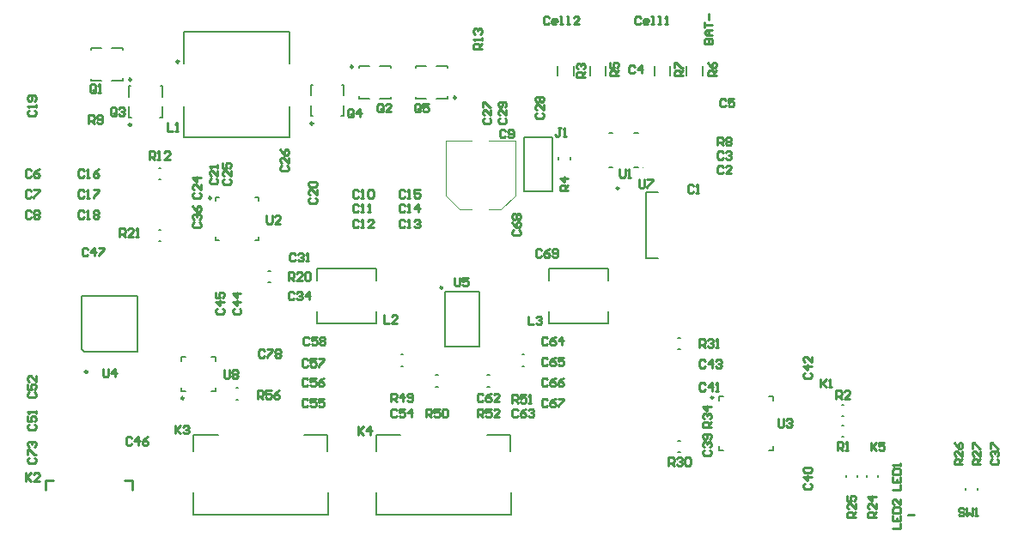
<source format=gto>
%TF.GenerationSoftware,Altium Limited,CircuitMaker,2.0.2 (2.0.2.40)*%
G04 Layer_Color=15132400*
%FSLAX25Y25*%
%MOIN*%
%TF.SameCoordinates,55457101-24DF-47E6-B24E-7804918367A6*%
%TF.FilePolarity,Positive*%
%TF.FileFunction,Legend,Top*%
%TF.Part,Single*%
G01*
G75*
%TA.AperFunction,NonConductor*%
%ADD91C,0.00787*%
%ADD93C,0.00984*%
%ADD155C,0.01000*%
%ADD156C,0.00394*%
D91*
X54606Y130764D02*
X55394D01*
X54606Y126236D02*
X55394D01*
X165807Y106630D02*
X179193D01*
Y85370D02*
Y106630D01*
X165807Y85370D02*
X179193D01*
X165807D02*
Y106630D01*
X138917Y94370D02*
Y99094D01*
X116083Y94370D02*
X138917D01*
X116083D02*
Y99094D01*
X138917Y110906D02*
Y115630D01*
X116083D02*
X138917D01*
X116083Y110906D02*
Y115630D01*
X64528Y207472D02*
X105472D01*
X64528Y166528D02*
X105472D01*
X64528Y195465D02*
Y207472D01*
X105472Y195465D02*
Y207472D01*
X64528Y166528D02*
Y178535D01*
X105472Y166528D02*
Y178535D01*
X28398Y201398D02*
X32531D01*
X36468D02*
X40602D01*
X28398Y188602D02*
X32531D01*
X36468D02*
X40602D01*
Y200512D02*
Y201398D01*
X28398Y200709D02*
Y201398D01*
Y188602D02*
Y189291D01*
X40602Y188602D02*
Y189488D01*
X55898Y182468D02*
Y186602D01*
Y174398D02*
Y178532D01*
X43102Y182468D02*
Y186602D01*
Y174398D02*
Y178532D01*
X55012Y174398D02*
X55898D01*
X55209Y186602D02*
X55898D01*
X43102D02*
X43791D01*
X43102Y174398D02*
X43988D01*
X76732Y143268D02*
X77913D01*
X76732Y142087D02*
Y143268D01*
Y126732D02*
X77913D01*
X76732D02*
Y127913D01*
X93268Y126732D02*
Y127913D01*
X92087Y126732D02*
X93268D01*
X92087Y143268D02*
X93268D01*
Y142087D02*
Y143268D01*
X265551Y190532D02*
Y194468D01*
X259449Y190532D02*
Y194468D01*
X253051Y190532D02*
Y194468D01*
X246949Y190532D02*
Y194468D01*
X97106Y110236D02*
X97894D01*
X97106Y114764D02*
X97894D01*
X54606Y154764D02*
X55394D01*
X54606Y150236D02*
X55394D01*
X126398Y182968D02*
Y187102D01*
Y174898D02*
Y179032D01*
X113602Y182968D02*
Y187102D01*
Y174898D02*
Y179032D01*
X125512Y174898D02*
X126398D01*
X125709Y187102D02*
X126398D01*
X113602D02*
X114291D01*
X113602Y174898D02*
X114488D01*
X140469Y181602D02*
X144602D01*
X132398D02*
X136531D01*
X140469Y194398D02*
X144602D01*
X132398D02*
X136531D01*
X132398Y181602D02*
Y182488D01*
X144602Y181602D02*
Y182291D01*
Y193709D02*
Y194398D01*
X132398Y193512D02*
Y194398D01*
X166602Y181602D02*
Y182488D01*
X154398Y181602D02*
Y182291D01*
Y193709D02*
Y194398D01*
X166602Y193512D02*
Y194398D01*
X162469Y181602D02*
X166602D01*
X154398D02*
X158531D01*
X162469Y194398D02*
X166602D01*
X154398D02*
X158531D01*
X215551Y190532D02*
Y194468D01*
X209449Y190532D02*
Y194468D01*
X228051Y190532D02*
Y194468D01*
X221949Y190532D02*
Y194468D01*
X196488Y145500D02*
Y166512D01*
Y145500D02*
X207512D01*
Y166512D01*
X196488D02*
X207512D01*
X206083Y110906D02*
Y115630D01*
X228917D01*
Y110906D02*
Y115630D01*
X206083Y94370D02*
Y99094D01*
Y94370D02*
X228917D01*
Y99094D01*
X214264Y158106D02*
Y158894D01*
X209736Y158106D02*
Y158894D01*
X239134Y154807D02*
X240709D01*
X229291Y168193D02*
X230866D01*
X229291Y154807D02*
X230866D01*
X239134Y168193D02*
X240709D01*
X243701Y119626D02*
X248217D01*
X243701D02*
Y145374D01*
X248217D01*
X271870Y44870D02*
X273543D01*
X271870D02*
Y46543D01*
X291457Y44870D02*
X293130D01*
Y46543D01*
Y64457D02*
Y66130D01*
X291457D02*
X293130D01*
X271870D02*
X273543D01*
X271870Y64457D02*
Y66130D01*
X319606Y62764D02*
X320394D01*
X319606Y58236D02*
X320394D01*
X319606Y54764D02*
X320394D01*
X319606Y50236D02*
X320394D01*
X372264Y29606D02*
Y30394D01*
X367736Y29606D02*
Y30394D01*
X345276Y20079D02*
X348031D01*
X345276Y19528D02*
X347638D01*
X329236Y34606D02*
Y35394D01*
X333764Y34606D02*
Y35394D01*
X321236Y34606D02*
Y35394D01*
X325764Y34606D02*
Y35394D01*
X256106Y88764D02*
X256894D01*
X256106Y84236D02*
X256894D01*
X256106Y48764D02*
X256894D01*
X256106Y44236D02*
X256894D01*
X195606Y82264D02*
X196394D01*
X195606Y77736D02*
X196394D01*
X182106Y69736D02*
X182894D01*
X182106Y74264D02*
X182894D01*
X148606Y77736D02*
X149394D01*
X148606Y82264D02*
X149394D01*
X162106Y74264D02*
X162894D01*
X162106Y69736D02*
X162894D01*
X84606Y69264D02*
X85394D01*
X84606Y64736D02*
X85394D01*
X63307Y67807D02*
X64882D01*
X63307D02*
Y69382D01*
X75118Y67807D02*
X76693D01*
Y69382D01*
X75118Y81193D02*
X76693D01*
Y79618D02*
Y81193D01*
X63307D02*
X64882D01*
X63307Y79618D02*
Y81193D01*
X25827Y83256D02*
X46299D01*
Y104909D01*
X24646D02*
X46299D01*
X24646Y84437D02*
Y104909D01*
Y84437D02*
X25827Y83256D01*
X120338Y19906D02*
Y28629D01*
X68138Y19906D02*
X120338D01*
X68138D02*
Y28629D01*
Y51129D02*
X77638D01*
X68138Y44629D02*
Y51129D01*
X111138D02*
X120138D01*
Y44629D02*
Y51129D01*
X191204Y19906D02*
Y28629D01*
X139004Y19906D02*
X191204D01*
X139004D02*
Y28629D01*
Y51129D02*
X148504D01*
X139004Y44629D02*
Y51129D01*
X182004D02*
X191004D01*
Y44629D02*
Y51129D01*
D93*
X62461Y196055D02*
G03*
X62461Y196055I-492J0D01*
G01*
X74992Y143000D02*
G03*
X74992Y143000I-492J0D01*
G01*
X233169Y146831D02*
G03*
X233169Y146831I-492J0D01*
G01*
X269803Y65539D02*
G03*
X269803Y65539I-492J0D01*
G01*
X64390Y65248D02*
G03*
X64390Y65248I-492J0D01*
G01*
D155*
X27000Y75500D02*
G03*
X27000Y75500I-500J0D01*
G01*
X164626Y108205D02*
G03*
X164626Y108205I-394J0D01*
G01*
X44000Y189000D02*
G03*
X44000Y189000I-500J0D01*
G01*
Y171500D02*
G03*
X44000Y171500I-500J0D01*
G01*
X114500Y172000D02*
G03*
X114500Y172000I-500J0D01*
G01*
X130000Y194000D02*
G03*
X130000Y194000I-500J0D01*
G01*
X170000Y182000D02*
G03*
X170000Y182000I-500J0D01*
G01*
X10630Y29528D02*
Y33465D01*
X13780D01*
X41339D02*
X44488D01*
Y29528D02*
Y33465D01*
X189099Y169124D02*
X188574Y169649D01*
X187525D01*
X187000Y169124D01*
Y167025D01*
X187525Y166500D01*
X188574D01*
X189099Y167025D01*
X190149D02*
X190673Y166500D01*
X191723D01*
X192248Y167025D01*
Y169124D01*
X191723Y169649D01*
X190673D01*
X190149Y169124D01*
Y168599D01*
X190673Y168074D01*
X192248D01*
X178302Y57926D02*
Y61074D01*
X179876D01*
X180401Y60549D01*
Y59500D01*
X179876Y58975D01*
X178302D01*
X179351D02*
X180401Y57926D01*
X183549Y61074D02*
X181450D01*
Y59500D01*
X182500Y60025D01*
X183025D01*
X183549Y59500D01*
Y58451D01*
X183025Y57926D01*
X181975D01*
X181450Y58451D01*
X186698Y57926D02*
X184599D01*
X186698Y60025D01*
Y60549D01*
X186173Y61074D01*
X185124D01*
X184599Y60549D01*
X191827Y63426D02*
Y66574D01*
X193401D01*
X193926Y66049D01*
Y65000D01*
X193401Y64475D01*
X191827D01*
X192876D02*
X193926Y63426D01*
X197074Y66574D02*
X194975D01*
Y65000D01*
X196025Y65525D01*
X196549D01*
X197074Y65000D01*
Y63951D01*
X196549Y63426D01*
X195500D01*
X194975Y63951D01*
X198124Y63426D02*
X199173D01*
X198649D01*
Y66574D01*
X198124Y66049D01*
X158302Y57926D02*
Y61074D01*
X159876D01*
X160401Y60549D01*
Y59500D01*
X159876Y58975D01*
X158302D01*
X159351D02*
X160401Y57926D01*
X163549Y61074D02*
X161451D01*
Y59500D01*
X162500Y60025D01*
X163025D01*
X163549Y59500D01*
Y58451D01*
X163025Y57926D01*
X161975D01*
X161451Y58451D01*
X164599Y60549D02*
X165124Y61074D01*
X166173D01*
X166698Y60549D01*
Y58451D01*
X166173Y57926D01*
X165124D01*
X164599Y58451D01*
Y60549D01*
X144802Y63926D02*
Y67074D01*
X146376D01*
X146901Y66549D01*
Y65500D01*
X146376Y64975D01*
X144802D01*
X145851D02*
X146901Y63926D01*
X149525D02*
Y67074D01*
X147950Y65500D01*
X150049D01*
X151099Y64451D02*
X151624Y63926D01*
X152673D01*
X153198Y64451D01*
Y66549D01*
X152673Y67074D01*
X151624D01*
X151099Y66549D01*
Y66025D01*
X151624Y65500D01*
X153198D01*
X205401Y64549D02*
X204876Y65074D01*
X203827D01*
X203302Y64549D01*
Y62450D01*
X203827Y61926D01*
X204876D01*
X205401Y62450D01*
X208549Y65074D02*
X207500Y64549D01*
X206451Y63500D01*
Y62450D01*
X206975Y61926D01*
X208025D01*
X208549Y62450D01*
Y62975D01*
X208025Y63500D01*
X206451D01*
X209599Y65074D02*
X211698D01*
Y64549D01*
X209599Y62450D01*
Y61926D01*
X205401Y72549D02*
X204876Y73074D01*
X203827D01*
X203302Y72549D01*
Y70451D01*
X203827Y69926D01*
X204876D01*
X205401Y70451D01*
X208549Y73074D02*
X207500Y72549D01*
X206451Y71500D01*
Y70451D01*
X206975Y69926D01*
X208025D01*
X208549Y70451D01*
Y70975D01*
X208025Y71500D01*
X206451D01*
X211698Y73074D02*
X210649Y72549D01*
X209599Y71500D01*
Y70451D01*
X210124Y69926D01*
X211173D01*
X211698Y70451D01*
Y70975D01*
X211173Y71500D01*
X209599D01*
X205401Y80550D02*
X204876Y81074D01*
X203827D01*
X203302Y80550D01*
Y78451D01*
X203827Y77926D01*
X204876D01*
X205401Y78451D01*
X208549Y81074D02*
X207500Y80550D01*
X206451Y79500D01*
Y78451D01*
X206975Y77926D01*
X208025D01*
X208549Y78451D01*
Y78975D01*
X208025Y79500D01*
X206451D01*
X211698Y81074D02*
X209599D01*
Y79500D01*
X210649Y80025D01*
X211173D01*
X211698Y79500D01*
Y78451D01*
X211173Y77926D01*
X210124D01*
X209599Y78451D01*
X205401Y88550D02*
X204876Y89074D01*
X203827D01*
X203302Y88550D01*
Y86450D01*
X203827Y85926D01*
X204876D01*
X205401Y86450D01*
X208549Y89074D02*
X207500Y88550D01*
X206451Y87500D01*
Y86450D01*
X206975Y85926D01*
X208025D01*
X208549Y86450D01*
Y86975D01*
X208025Y87500D01*
X206451D01*
X211173Y85926D02*
Y89074D01*
X209599Y87500D01*
X211698D01*
X193901Y60549D02*
X193376Y61074D01*
X192327D01*
X191802Y60549D01*
Y58451D01*
X192327Y57926D01*
X193376D01*
X193901Y58451D01*
X197049Y61074D02*
X196000Y60549D01*
X194950Y59500D01*
Y58451D01*
X195475Y57926D01*
X196525D01*
X197049Y58451D01*
Y58975D01*
X196525Y59500D01*
X194950D01*
X198099Y60549D02*
X198624Y61074D01*
X199673D01*
X200198Y60549D01*
Y60025D01*
X199673Y59500D01*
X199149D01*
X199673D01*
X200198Y58975D01*
Y58451D01*
X199673Y57926D01*
X198624D01*
X198099Y58451D01*
X180401Y66549D02*
X179876Y67074D01*
X178827D01*
X178302Y66549D01*
Y64451D01*
X178827Y63926D01*
X179876D01*
X180401Y64451D01*
X183549Y67074D02*
X182500Y66549D01*
X181450Y65500D01*
Y64451D01*
X181975Y63926D01*
X183025D01*
X183549Y64451D01*
Y64975D01*
X183025Y65500D01*
X181450D01*
X186698Y63926D02*
X184599D01*
X186698Y66025D01*
Y66549D01*
X186173Y67074D01*
X185124D01*
X184599Y66549D01*
X112901Y88550D02*
X112376Y89074D01*
X111327D01*
X110802Y88550D01*
Y86450D01*
X111327Y85926D01*
X112376D01*
X112901Y86450D01*
X116050Y89074D02*
X113951D01*
Y87500D01*
X115000Y88025D01*
X115525D01*
X116050Y87500D01*
Y86450D01*
X115525Y85926D01*
X114475D01*
X113951Y86450D01*
X117099Y88550D02*
X117624Y89074D01*
X118673D01*
X119198Y88550D01*
Y88025D01*
X118673Y87500D01*
X119198Y86975D01*
Y86450D01*
X118673Y85926D01*
X117624D01*
X117099Y86450D01*
Y86975D01*
X117624Y87500D01*
X117099Y88025D01*
Y88550D01*
X117624Y87500D02*
X118673D01*
X112401Y80050D02*
X111876Y80574D01*
X110827D01*
X110302Y80050D01*
Y77951D01*
X110827Y77426D01*
X111876D01*
X112401Y77951D01*
X115550Y80574D02*
X113451D01*
Y79000D01*
X114500Y79525D01*
X115025D01*
X115550Y79000D01*
Y77951D01*
X115025Y77426D01*
X113975D01*
X113451Y77951D01*
X116599Y80574D02*
X118698D01*
Y80050D01*
X116599Y77951D01*
Y77426D01*
X112401Y72549D02*
X111876Y73074D01*
X110827D01*
X110302Y72549D01*
Y70451D01*
X110827Y69926D01*
X111876D01*
X112401Y70451D01*
X115550Y73074D02*
X113451D01*
Y71500D01*
X114500Y72025D01*
X115025D01*
X115550Y71500D01*
Y70451D01*
X115025Y69926D01*
X113975D01*
X113451Y70451D01*
X118698Y73074D02*
X117649Y72549D01*
X116599Y71500D01*
Y70451D01*
X117124Y69926D01*
X118173D01*
X118698Y70451D01*
Y70975D01*
X118173Y71500D01*
X116599D01*
X112401Y64549D02*
X111876Y65074D01*
X110827D01*
X110302Y64549D01*
Y62450D01*
X110827Y61926D01*
X111876D01*
X112401Y62450D01*
X115550Y65074D02*
X113451D01*
Y63500D01*
X114500Y64025D01*
X115025D01*
X115550Y63500D01*
Y62450D01*
X115025Y61926D01*
X113975D01*
X113451Y62450D01*
X118698Y65074D02*
X116599D01*
Y63500D01*
X117649Y64025D01*
X118173D01*
X118698Y63500D01*
Y62450D01*
X118173Y61926D01*
X117124D01*
X116599Y62450D01*
X146901Y60549D02*
X146376Y61074D01*
X145327D01*
X144802Y60549D01*
Y58451D01*
X145327Y57926D01*
X146376D01*
X146901Y58451D01*
X150049Y61074D02*
X147950D01*
Y59500D01*
X149000Y60025D01*
X149525D01*
X150049Y59500D01*
Y58451D01*
X149525Y57926D01*
X148475D01*
X147950Y58451D01*
X152673Y57926D02*
Y61074D01*
X151099Y59500D01*
X153198D01*
X330876Y48074D02*
Y44926D01*
Y45975D01*
X332975Y48074D01*
X331401Y46500D01*
X332975Y44926D01*
X336124Y48074D02*
X334025D01*
Y46500D01*
X335074Y47025D01*
X335599D01*
X336124Y46500D01*
Y45450D01*
X335599Y44926D01*
X334549D01*
X334025Y45450D01*
X169376Y112074D02*
Y109450D01*
X169901Y108926D01*
X170950D01*
X171475Y109450D01*
Y112074D01*
X174624D02*
X172525D01*
Y110500D01*
X173574Y111025D01*
X174099D01*
X174624Y110500D01*
Y109450D01*
X174099Y108926D01*
X173049D01*
X172525Y109450D01*
X197876Y97074D02*
Y93926D01*
X199975D01*
X201025Y96549D02*
X201550Y97074D01*
X202599D01*
X203124Y96549D01*
Y96025D01*
X202599Y95500D01*
X202074D01*
X202599D01*
X203124Y94975D01*
Y94450D01*
X202599Y93926D01*
X201550D01*
X201025Y94450D01*
X141876Y97574D02*
Y94426D01*
X143975D01*
X147124D02*
X145025D01*
X147124Y96525D01*
Y97049D01*
X146599Y97574D01*
X145549D01*
X145025Y97049D01*
X80000Y76149D02*
Y73525D01*
X80525Y73000D01*
X81574D01*
X82099Y73525D01*
Y76149D01*
X83149Y75624D02*
X83673Y76149D01*
X84723D01*
X85248Y75624D01*
Y75099D01*
X84723Y74574D01*
X85248Y74050D01*
Y73525D01*
X84723Y73000D01*
X83673D01*
X83149Y73525D01*
Y74050D01*
X83673Y74574D01*
X83149Y75099D01*
Y75624D01*
X83673Y74574D02*
X84723D01*
X241000Y150149D02*
Y147525D01*
X241525Y147000D01*
X242574D01*
X243099Y147525D01*
Y150149D01*
X244149D02*
X246248D01*
Y149624D01*
X244149Y147525D01*
Y147000D01*
X33000Y76649D02*
Y74025D01*
X33525Y73500D01*
X34574D01*
X35099Y74025D01*
Y76649D01*
X37723Y73500D02*
Y76649D01*
X36149Y75074D01*
X38248D01*
X295000Y57149D02*
Y54525D01*
X295525Y54000D01*
X296574D01*
X297099Y54525D01*
Y57149D01*
X298149Y56624D02*
X298673Y57149D01*
X299723D01*
X300248Y56624D01*
Y56099D01*
X299723Y55574D01*
X299198D01*
X299723D01*
X300248Y55050D01*
Y54525D01*
X299723Y54000D01*
X298673D01*
X298149Y54525D01*
X96500Y136149D02*
Y133525D01*
X97025Y133000D01*
X98074D01*
X98599Y133525D01*
Y136149D01*
X101748Y133000D02*
X99649D01*
X101748Y135099D01*
Y135624D01*
X101223Y136149D01*
X100173D01*
X99649Y135624D01*
X233500Y154149D02*
Y151525D01*
X234025Y151000D01*
X235074D01*
X235599Y151525D01*
Y154149D01*
X236649Y151000D02*
X237698D01*
X237173D01*
Y154149D01*
X236649Y153624D01*
X367099Y22124D02*
X366574Y22649D01*
X365525D01*
X365000Y22124D01*
Y21599D01*
X365525Y21074D01*
X366574D01*
X367099Y20549D01*
Y20025D01*
X366574Y19500D01*
X365525D01*
X365000Y20025D01*
X368149Y22649D02*
Y19500D01*
X369198Y20549D01*
X370248Y19500D01*
Y22649D01*
X371297Y19500D02*
X372347D01*
X371822D01*
Y22649D01*
X371297Y22124D01*
X156099Y177025D02*
Y179124D01*
X155574Y179649D01*
X154525D01*
X154000Y179124D01*
Y177025D01*
X154525Y176500D01*
X155574D01*
X155050Y177550D02*
X156099Y176500D01*
X155574D02*
X156099Y177025D01*
X159248Y179649D02*
X157149D01*
Y178074D01*
X158198Y178599D01*
X158723D01*
X159248Y178074D01*
Y177025D01*
X158723Y176500D01*
X157673D01*
X157149Y177025D01*
X141599D02*
Y179124D01*
X141074Y179649D01*
X140025D01*
X139500Y179124D01*
Y177025D01*
X140025Y176500D01*
X141074D01*
X140550Y177550D02*
X141599Y176500D01*
X141074D02*
X141599Y177025D01*
X144748Y176500D02*
X142649D01*
X144748Y178599D01*
Y179124D01*
X144223Y179649D01*
X143173D01*
X142649Y179124D01*
X130099Y175025D02*
Y177124D01*
X129574Y177649D01*
X128525D01*
X128000Y177124D01*
Y175025D01*
X128525Y174500D01*
X129574D01*
X129050Y175549D02*
X130099Y174500D01*
X129574D02*
X130099Y175025D01*
X132723Y174500D02*
Y177649D01*
X131149Y176074D01*
X133248D01*
X38099Y175525D02*
Y177624D01*
X37574Y178149D01*
X36525D01*
X36000Y177624D01*
Y175525D01*
X36525Y175000D01*
X37574D01*
X37049Y176049D02*
X38099Y175000D01*
X37574D02*
X38099Y175525D01*
X39149Y177624D02*
X39673Y178149D01*
X40723D01*
X41248Y177624D01*
Y177099D01*
X40723Y176574D01*
X40198D01*
X40723D01*
X41248Y176049D01*
Y175525D01*
X40723Y175000D01*
X39673D01*
X39149Y175525D01*
X30099Y184525D02*
Y186624D01*
X29574Y187149D01*
X28525D01*
X28000Y186624D01*
Y184525D01*
X28525Y184000D01*
X29574D01*
X29050Y185049D02*
X30099Y184000D01*
X29574D02*
X30099Y184525D01*
X31149Y184000D02*
X32198D01*
X31673D01*
Y187149D01*
X31149Y186624D01*
X339351Y14500D02*
X342500D01*
Y16599D01*
X339351Y19748D02*
Y17649D01*
X342500D01*
Y19748D01*
X340926Y17649D02*
Y18698D01*
X339351Y20797D02*
X342500D01*
Y22372D01*
X341975Y22896D01*
X339876D01*
X339351Y22372D01*
Y20797D01*
X342500Y26045D02*
Y23946D01*
X340401Y26045D01*
X339876D01*
X339351Y25520D01*
Y24471D01*
X339876Y23946D01*
X339351Y29500D02*
X342500D01*
Y31599D01*
X339351Y34748D02*
Y32649D01*
X342500D01*
Y34748D01*
X340926Y32649D02*
Y33698D01*
X339351Y35797D02*
X342500D01*
Y37372D01*
X341975Y37896D01*
X339876D01*
X339351Y37372D01*
Y35797D01*
X342500Y38946D02*
Y39995D01*
Y39470D01*
X339351D01*
X339876Y38946D01*
X58000Y172149D02*
Y169000D01*
X60099D01*
X61149D02*
X62198D01*
X61673D01*
Y172149D01*
X61149Y171624D01*
X132000Y54149D02*
Y51000D01*
Y52049D01*
X134099Y54149D01*
X132525Y52574D01*
X134099Y51000D01*
X136723D02*
Y54149D01*
X135149Y52574D01*
X137248D01*
X61000Y54649D02*
Y51500D01*
Y52549D01*
X63099Y54649D01*
X61525Y53074D01*
X63099Y51500D01*
X64149Y54124D02*
X64673Y54649D01*
X65723D01*
X66248Y54124D01*
Y53599D01*
X65723Y53074D01*
X65198D01*
X65723D01*
X66248Y52549D01*
Y52025D01*
X65723Y51500D01*
X64673D01*
X64149Y52025D01*
X3000Y36149D02*
Y33000D01*
Y34049D01*
X5099Y36149D01*
X3525Y34574D01*
X5099Y33000D01*
X8248D02*
X6149D01*
X8248Y35099D01*
Y35624D01*
X7723Y36149D01*
X6673D01*
X6149Y35624D01*
X311500Y72649D02*
Y69500D01*
Y70549D01*
X313599Y72649D01*
X312025Y71074D01*
X313599Y69500D01*
X314649D02*
X315698D01*
X315173D01*
Y72649D01*
X314649Y72124D01*
X210599Y170149D02*
X209549D01*
X210074D01*
Y167525D01*
X209549Y167000D01*
X209025D01*
X208500Y167525D01*
X211649Y167000D02*
X212698D01*
X212173D01*
Y170149D01*
X211649Y169624D01*
X206099Y213124D02*
X205574Y213649D01*
X204525D01*
X204000Y213124D01*
Y211025D01*
X204525Y210500D01*
X205574D01*
X206099Y211025D01*
X208723Y210500D02*
X207673D01*
X207149Y211025D01*
Y212074D01*
X207673Y212599D01*
X208723D01*
X209248Y212074D01*
Y211549D01*
X207149D01*
X210297Y210500D02*
X211347D01*
X210822D01*
Y213649D01*
X210297D01*
X212921Y210500D02*
X213970D01*
X213446D01*
Y213649D01*
X212921D01*
X217644Y210500D02*
X215545D01*
X217644Y212599D01*
Y213124D01*
X217119Y213649D01*
X216070D01*
X215545Y213124D01*
X241599D02*
X241074Y213649D01*
X240025D01*
X239500Y213124D01*
Y211025D01*
X240025Y210500D01*
X241074D01*
X241599Y211025D01*
X244223Y210500D02*
X243173D01*
X242649Y211025D01*
Y212074D01*
X243173Y212599D01*
X244223D01*
X244748Y212074D01*
Y211549D01*
X242649D01*
X245797Y210500D02*
X246847D01*
X246322D01*
Y213649D01*
X245797D01*
X248421Y210500D02*
X249470D01*
X248946D01*
Y213649D01*
X248421D01*
X251045Y210500D02*
X252094D01*
X251570D01*
Y213649D01*
X251045Y213124D01*
X5099Y153624D02*
X4574Y154149D01*
X3525D01*
X3000Y153624D01*
Y151525D01*
X3525Y151000D01*
X4574D01*
X5099Y151525D01*
X8248Y154149D02*
X7198Y153624D01*
X6149Y152574D01*
Y151525D01*
X6673Y151000D01*
X7723D01*
X8248Y151525D01*
Y152050D01*
X7723Y152574D01*
X6149D01*
X266351Y203000D02*
X269500D01*
Y204574D01*
X268975Y205099D01*
X268450D01*
X267926Y204574D01*
Y203000D01*
Y204574D01*
X267401Y205099D01*
X266876D01*
X266351Y204574D01*
Y203000D01*
X269500Y206149D02*
X267401D01*
X266351Y207198D01*
X267401Y208248D01*
X269500D01*
X267926D01*
Y206149D01*
X266351Y209297D02*
Y211396D01*
Y210347D01*
X269500D01*
X267926Y212446D02*
Y214545D01*
X262099Y147624D02*
X261574Y148149D01*
X260525D01*
X260000Y147624D01*
Y145525D01*
X260525Y145000D01*
X261574D01*
X262099Y145525D01*
X263149Y145000D02*
X264198D01*
X263673D01*
Y148149D01*
X263149Y147624D01*
X273599Y155124D02*
X273074Y155649D01*
X272025D01*
X271500Y155124D01*
Y153025D01*
X272025Y152500D01*
X273074D01*
X273599Y153025D01*
X276748Y152500D02*
X274649D01*
X276748Y154599D01*
Y155124D01*
X276223Y155649D01*
X275173D01*
X274649Y155124D01*
X273599Y160624D02*
X273074Y161149D01*
X272025D01*
X271500Y160624D01*
Y158525D01*
X272025Y158000D01*
X273074D01*
X273599Y158525D01*
X274649Y160624D02*
X275173Y161149D01*
X276223D01*
X276748Y160624D01*
Y160099D01*
X276223Y159574D01*
X275698D01*
X276223D01*
X276748Y159049D01*
Y158525D01*
X276223Y158000D01*
X275173D01*
X274649Y158525D01*
X239248Y194124D02*
X238724Y194649D01*
X237674D01*
X237149Y194124D01*
Y192025D01*
X237674Y191500D01*
X238724D01*
X239248Y192025D01*
X241872Y191500D02*
Y194649D01*
X240298Y193074D01*
X242397D01*
X274599Y181124D02*
X274074Y181649D01*
X273025D01*
X272500Y181124D01*
Y179025D01*
X273025Y178500D01*
X274074D01*
X274599Y179025D01*
X277748Y181649D02*
X275649D01*
Y180074D01*
X276698Y180599D01*
X277223D01*
X277748Y180074D01*
Y179025D01*
X277223Y178500D01*
X276173D01*
X275649Y179025D01*
X5099Y145624D02*
X4574Y146149D01*
X3525D01*
X3000Y145624D01*
Y143525D01*
X3525Y143000D01*
X4574D01*
X5099Y143525D01*
X6149Y146149D02*
X8248D01*
Y145624D01*
X6149Y143525D01*
Y143000D01*
X5099Y137624D02*
X4574Y138149D01*
X3525D01*
X3000Y137624D01*
Y135525D01*
X3525Y135000D01*
X4574D01*
X5099Y135525D01*
X6149Y137624D02*
X6673Y138149D01*
X7723D01*
X8248Y137624D01*
Y137099D01*
X7723Y136574D01*
X8248Y136049D01*
Y135525D01*
X7723Y135000D01*
X6673D01*
X6149Y135525D01*
Y136049D01*
X6673Y136574D01*
X6149Y137099D01*
Y137624D01*
X6673Y136574D02*
X7723D01*
X132099Y145624D02*
X131574Y146149D01*
X130525D01*
X130000Y145624D01*
Y143525D01*
X130525Y143000D01*
X131574D01*
X132099Y143525D01*
X133149Y143000D02*
X134198D01*
X133673D01*
Y146149D01*
X133149Y145624D01*
X135772D02*
X136297Y146149D01*
X137347D01*
X137872Y145624D01*
Y143525D01*
X137347Y143000D01*
X136297D01*
X135772Y143525D01*
Y145624D01*
X132099Y140124D02*
X131574Y140649D01*
X130525D01*
X130000Y140124D01*
Y138025D01*
X130525Y137500D01*
X131574D01*
X132099Y138025D01*
X133149Y137500D02*
X134198D01*
X133673D01*
Y140649D01*
X133149Y140124D01*
X135772Y137500D02*
X136822D01*
X136297D01*
Y140649D01*
X135772Y140124D01*
X132099Y134124D02*
X131574Y134649D01*
X130525D01*
X130000Y134124D01*
Y132025D01*
X130525Y131500D01*
X131574D01*
X132099Y132025D01*
X133149Y131500D02*
X134198D01*
X133673D01*
Y134649D01*
X133149Y134124D01*
X137872Y131500D02*
X135772D01*
X137872Y133599D01*
Y134124D01*
X137347Y134649D01*
X136297D01*
X135772Y134124D01*
X150099D02*
X149574Y134649D01*
X148525D01*
X148000Y134124D01*
Y132025D01*
X148525Y131500D01*
X149574D01*
X150099Y132025D01*
X151149Y131500D02*
X152198D01*
X151673D01*
Y134649D01*
X151149Y134124D01*
X153772D02*
X154297Y134649D01*
X155347D01*
X155871Y134124D01*
Y133599D01*
X155347Y133074D01*
X154822D01*
X155347D01*
X155871Y132550D01*
Y132025D01*
X155347Y131500D01*
X154297D01*
X153772Y132025D01*
X150099Y140124D02*
X149574Y140649D01*
X148525D01*
X148000Y140124D01*
Y138025D01*
X148525Y137500D01*
X149574D01*
X150099Y138025D01*
X151149Y137500D02*
X152198D01*
X151673D01*
Y140649D01*
X151149Y140124D01*
X155347Y137500D02*
Y140649D01*
X153772Y139074D01*
X155871D01*
X150099Y145624D02*
X149574Y146149D01*
X148525D01*
X148000Y145624D01*
Y143525D01*
X148525Y143000D01*
X149574D01*
X150099Y143525D01*
X151149Y143000D02*
X152198D01*
X151673D01*
Y146149D01*
X151149Y145624D01*
X155871Y146149D02*
X153772D01*
Y144574D01*
X154822Y145099D01*
X155347D01*
X155871Y144574D01*
Y143525D01*
X155347Y143000D01*
X154297D01*
X153772Y143525D01*
X25599Y153624D02*
X25074Y154149D01*
X24025D01*
X23500Y153624D01*
Y151525D01*
X24025Y151000D01*
X25074D01*
X25599Y151525D01*
X26649Y151000D02*
X27698D01*
X27173D01*
Y154149D01*
X26649Y153624D01*
X31372Y154149D02*
X30322Y153624D01*
X29272Y152574D01*
Y151525D01*
X29797Y151000D01*
X30847D01*
X31372Y151525D01*
Y152050D01*
X30847Y152574D01*
X29272D01*
X25599Y145624D02*
X25074Y146149D01*
X24025D01*
X23500Y145624D01*
Y143525D01*
X24025Y143000D01*
X25074D01*
X25599Y143525D01*
X26649Y143000D02*
X27698D01*
X27173D01*
Y146149D01*
X26649Y145624D01*
X29272Y146149D02*
X31372D01*
Y145624D01*
X29272Y143525D01*
Y143000D01*
X25599Y137624D02*
X25074Y138149D01*
X24025D01*
X23500Y137624D01*
Y135525D01*
X24025Y135000D01*
X25074D01*
X25599Y135525D01*
X26649Y135000D02*
X27698D01*
X27173D01*
Y138149D01*
X26649Y137624D01*
X29272D02*
X29797Y138149D01*
X30847D01*
X31372Y137624D01*
Y137099D01*
X30847Y136574D01*
X31372Y136049D01*
Y135525D01*
X30847Y135000D01*
X29797D01*
X29272Y135525D01*
Y136049D01*
X29797Y136574D01*
X29272Y137099D01*
Y137624D01*
X29797Y136574D02*
X30847D01*
X4376Y177099D02*
X3851Y176574D01*
Y175525D01*
X4376Y175000D01*
X6475D01*
X7000Y175525D01*
Y176574D01*
X6475Y177099D01*
X7000Y178149D02*
Y179198D01*
Y178673D01*
X3851D01*
X4376Y178149D01*
X6475Y180772D02*
X7000Y181297D01*
Y182347D01*
X6475Y182871D01*
X4376D01*
X3851Y182347D01*
Y181297D01*
X4376Y180772D01*
X4901D01*
X5426Y181297D01*
Y182871D01*
X113376Y143099D02*
X112851Y142574D01*
Y141525D01*
X113376Y141000D01*
X115475D01*
X116000Y141525D01*
Y142574D01*
X115475Y143099D01*
X116000Y146248D02*
Y144149D01*
X113901Y146248D01*
X113376D01*
X112851Y145723D01*
Y144673D01*
X113376Y144149D01*
Y147297D02*
X112851Y147822D01*
Y148872D01*
X113376Y149396D01*
X115475D01*
X116000Y148872D01*
Y147822D01*
X115475Y147297D01*
X113376D01*
X74876Y150599D02*
X74351Y150074D01*
Y149025D01*
X74876Y148500D01*
X76975D01*
X77500Y149025D01*
Y150074D01*
X76975Y150599D01*
X77500Y153748D02*
Y151649D01*
X75401Y153748D01*
X74876D01*
X74351Y153223D01*
Y152173D01*
X74876Y151649D01*
X77500Y154797D02*
Y155847D01*
Y155322D01*
X74351D01*
X74876Y154797D01*
X68376Y145099D02*
X67851Y144574D01*
Y143525D01*
X68376Y143000D01*
X70475D01*
X71000Y143525D01*
Y144574D01*
X70475Y145099D01*
X71000Y148248D02*
Y146149D01*
X68901Y148248D01*
X68376D01*
X67851Y147723D01*
Y146673D01*
X68376Y146149D01*
X71000Y150872D02*
X67851D01*
X69426Y149297D01*
Y151396D01*
X80014Y150461D02*
X79489Y149936D01*
Y148887D01*
X80014Y148362D01*
X82113D01*
X82638Y148887D01*
Y149936D01*
X82113Y150461D01*
X82638Y153610D02*
Y151511D01*
X80539Y153610D01*
X80014D01*
X79489Y153085D01*
Y152036D01*
X80014Y151511D01*
X79489Y156758D02*
Y154659D01*
X81063D01*
X80539Y155709D01*
Y156234D01*
X81063Y156758D01*
X82113D01*
X82638Y156234D01*
Y155184D01*
X82113Y154659D01*
X102376Y155599D02*
X101851Y155074D01*
Y154025D01*
X102376Y153500D01*
X104475D01*
X105000Y154025D01*
Y155074D01*
X104475Y155599D01*
X105000Y158748D02*
Y156649D01*
X102901Y158748D01*
X102376D01*
X101851Y158223D01*
Y157173D01*
X102376Y156649D01*
X101851Y161896D02*
X102376Y160847D01*
X103426Y159797D01*
X104475D01*
X105000Y160322D01*
Y161372D01*
X104475Y161896D01*
X103951D01*
X103426Y161372D01*
Y159797D01*
X180876Y174099D02*
X180351Y173574D01*
Y172525D01*
X180876Y172000D01*
X182975D01*
X183500Y172525D01*
Y173574D01*
X182975Y174099D01*
X183500Y177248D02*
Y175149D01*
X181401Y177248D01*
X180876D01*
X180351Y176723D01*
Y175673D01*
X180876Y175149D01*
X180351Y178297D02*
Y180396D01*
X180876D01*
X182975Y178297D01*
X183500D01*
X201376Y176099D02*
X200851Y175574D01*
Y174525D01*
X201376Y174000D01*
X203475D01*
X204000Y174525D01*
Y175574D01*
X203475Y176099D01*
X204000Y179248D02*
Y177149D01*
X201901Y179248D01*
X201376D01*
X200851Y178723D01*
Y177673D01*
X201376Y177149D01*
Y180297D02*
X200851Y180822D01*
Y181871D01*
X201376Y182396D01*
X201901D01*
X202426Y181871D01*
X202951Y182396D01*
X203475D01*
X204000Y181871D01*
Y180822D01*
X203475Y180297D01*
X202951D01*
X202426Y180822D01*
X201901Y180297D01*
X201376D01*
X202426Y180822D02*
Y181871D01*
X186876Y174099D02*
X186351Y173574D01*
Y172525D01*
X186876Y172000D01*
X188975D01*
X189500Y172525D01*
Y173574D01*
X188975Y174099D01*
X189500Y177248D02*
Y175149D01*
X187401Y177248D01*
X186876D01*
X186351Y176723D01*
Y175673D01*
X186876Y175149D01*
X188975Y178297D02*
X189500Y178822D01*
Y179871D01*
X188975Y180396D01*
X186876D01*
X186351Y179871D01*
Y178822D01*
X186876Y178297D01*
X187401D01*
X187926Y178822D01*
Y180396D01*
X107599Y121124D02*
X107074Y121649D01*
X106025D01*
X105500Y121124D01*
Y119025D01*
X106025Y118500D01*
X107074D01*
X107599Y119025D01*
X108649Y121124D02*
X109173Y121649D01*
X110223D01*
X110748Y121124D01*
Y120599D01*
X110223Y120074D01*
X109698D01*
X110223D01*
X110748Y119550D01*
Y119025D01*
X110223Y118500D01*
X109173D01*
X108649Y119025D01*
X111797Y118500D02*
X112847D01*
X112322D01*
Y121649D01*
X111797Y121124D01*
X107099Y106124D02*
X106574Y106649D01*
X105525D01*
X105000Y106124D01*
Y104025D01*
X105525Y103500D01*
X106574D01*
X107099Y104025D01*
X108149Y106124D02*
X108673Y106649D01*
X109723D01*
X110248Y106124D01*
Y105599D01*
X109723Y105074D01*
X109198D01*
X109723D01*
X110248Y104550D01*
Y104025D01*
X109723Y103500D01*
X108673D01*
X108149Y104025D01*
X112872Y103500D02*
Y106649D01*
X111297Y105074D01*
X113396D01*
X68376Y133599D02*
X67851Y133074D01*
Y132025D01*
X68376Y131500D01*
X70475D01*
X71000Y132025D01*
Y133074D01*
X70475Y133599D01*
X68376Y134649D02*
X67851Y135173D01*
Y136223D01*
X68376Y136748D01*
X68901D01*
X69426Y136223D01*
Y135698D01*
Y136223D01*
X69950Y136748D01*
X70475D01*
X71000Y136223D01*
Y135173D01*
X70475Y134649D01*
X67851Y139896D02*
X68376Y138847D01*
X69426Y137797D01*
X70475D01*
X71000Y138322D01*
Y139372D01*
X70475Y139896D01*
X69950D01*
X69426Y139372D01*
Y137797D01*
X377876Y41599D02*
X377351Y41074D01*
Y40025D01*
X377876Y39500D01*
X379975D01*
X380500Y40025D01*
Y41074D01*
X379975Y41599D01*
X377876Y42649D02*
X377351Y43173D01*
Y44223D01*
X377876Y44748D01*
X378401D01*
X378926Y44223D01*
Y43698D01*
Y44223D01*
X379450Y44748D01*
X379975D01*
X380500Y44223D01*
Y43173D01*
X379975Y42649D01*
X377351Y45797D02*
Y47896D01*
X377876D01*
X379975Y45797D01*
X380500D01*
X266376Y45099D02*
X265851Y44574D01*
Y43525D01*
X266376Y43000D01*
X268475D01*
X269000Y43525D01*
Y44574D01*
X268475Y45099D01*
X266376Y46149D02*
X265851Y46673D01*
Y47723D01*
X266376Y48248D01*
X266901D01*
X267426Y47723D01*
Y47198D01*
Y47723D01*
X267951Y48248D01*
X268475D01*
X269000Y47723D01*
Y46673D01*
X268475Y46149D01*
Y49297D02*
X269000Y49822D01*
Y50871D01*
X268475Y51396D01*
X266376D01*
X265851Y50871D01*
Y49822D01*
X266376Y49297D01*
X266901D01*
X267426Y49822D01*
Y51396D01*
X305376Y32099D02*
X304851Y31574D01*
Y30525D01*
X305376Y30000D01*
X307475D01*
X308000Y30525D01*
Y31574D01*
X307475Y32099D01*
X308000Y34723D02*
X304851D01*
X306426Y33149D01*
Y35248D01*
X305376Y36297D02*
X304851Y36822D01*
Y37872D01*
X305376Y38396D01*
X307475D01*
X308000Y37872D01*
Y36822D01*
X307475Y36297D01*
X305376D01*
X266599Y70624D02*
X266074Y71149D01*
X265025D01*
X264500Y70624D01*
Y68525D01*
X265025Y68000D01*
X266074D01*
X266599Y68525D01*
X269223Y68000D02*
Y71149D01*
X267649Y69574D01*
X269748D01*
X270797Y68000D02*
X271847D01*
X271322D01*
Y71149D01*
X270797Y70624D01*
X305376Y75099D02*
X304851Y74574D01*
Y73525D01*
X305376Y73000D01*
X307475D01*
X308000Y73525D01*
Y74574D01*
X307475Y75099D01*
X308000Y77723D02*
X304851D01*
X306426Y76149D01*
Y78248D01*
X308000Y81396D02*
Y79297D01*
X305901Y81396D01*
X305376D01*
X304851Y80871D01*
Y79822D01*
X305376Y79297D01*
X266599Y79624D02*
X266074Y80149D01*
X265025D01*
X264500Y79624D01*
Y77525D01*
X265025Y77000D01*
X266074D01*
X266599Y77525D01*
X269223Y77000D02*
Y80149D01*
X267649Y78574D01*
X269748D01*
X270797Y79624D02*
X271322Y80149D01*
X272372D01*
X272896Y79624D01*
Y79099D01*
X272372Y78574D01*
X271847D01*
X272372D01*
X272896Y78049D01*
Y77525D01*
X272372Y77000D01*
X271322D01*
X270797Y77525D01*
X83876Y100099D02*
X83351Y99574D01*
Y98525D01*
X83876Y98000D01*
X85975D01*
X86500Y98525D01*
Y99574D01*
X85975Y100099D01*
X86500Y102723D02*
X83351D01*
X84926Y101149D01*
Y103248D01*
X86500Y105871D02*
X83351D01*
X84926Y104297D01*
Y106396D01*
X77376Y100099D02*
X76851Y99574D01*
Y98525D01*
X77376Y98000D01*
X79475D01*
X80000Y98525D01*
Y99574D01*
X79475Y100099D01*
X80000Y102723D02*
X76851D01*
X78426Y101149D01*
Y103248D01*
X76851Y106396D02*
Y104297D01*
X78426D01*
X77901Y105347D01*
Y105871D01*
X78426Y106396D01*
X79475D01*
X80000Y105871D01*
Y104822D01*
X79475Y104297D01*
X44099Y49624D02*
X43574Y50149D01*
X42525D01*
X42000Y49624D01*
Y47525D01*
X42525Y47000D01*
X43574D01*
X44099Y47525D01*
X46723Y47000D02*
Y50149D01*
X45149Y48574D01*
X47248D01*
X50396Y50149D02*
X49347Y49624D01*
X48297Y48574D01*
Y47525D01*
X48822Y47000D01*
X49872D01*
X50396Y47525D01*
Y48050D01*
X49872Y48574D01*
X48297D01*
X27099Y123124D02*
X26574Y123649D01*
X25525D01*
X25000Y123124D01*
Y121025D01*
X25525Y120500D01*
X26574D01*
X27099Y121025D01*
X29723Y120500D02*
Y123649D01*
X28149Y122074D01*
X30248D01*
X31297Y123649D02*
X33396D01*
Y123124D01*
X31297Y121025D01*
Y120500D01*
X4376Y55099D02*
X3851Y54574D01*
Y53525D01*
X4376Y53000D01*
X6475D01*
X7000Y53525D01*
Y54574D01*
X6475Y55099D01*
X3851Y58248D02*
Y56149D01*
X5426D01*
X4901Y57198D01*
Y57723D01*
X5426Y58248D01*
X6475D01*
X7000Y57723D01*
Y56673D01*
X6475Y56149D01*
X7000Y59297D02*
Y60347D01*
Y59822D01*
X3851D01*
X4376Y59297D01*
Y67599D02*
X3851Y67074D01*
Y66025D01*
X4376Y65500D01*
X6475D01*
X7000Y66025D01*
Y67074D01*
X6475Y67599D01*
X3851Y70748D02*
Y68649D01*
X5426D01*
X4901Y69698D01*
Y70223D01*
X5426Y70748D01*
X6475D01*
X7000Y70223D01*
Y69173D01*
X6475Y68649D01*
X7000Y73896D02*
Y71797D01*
X4901Y73896D01*
X4376D01*
X3851Y73371D01*
Y72322D01*
X4376Y71797D01*
X192376Y130599D02*
X191851Y130074D01*
Y129025D01*
X192376Y128500D01*
X194475D01*
X195000Y129025D01*
Y130074D01*
X194475Y130599D01*
X191851Y133748D02*
X192376Y132698D01*
X193426Y131649D01*
X194475D01*
X195000Y132173D01*
Y133223D01*
X194475Y133748D01*
X193950D01*
X193426Y133223D01*
Y131649D01*
X192376Y134797D02*
X191851Y135322D01*
Y136372D01*
X192376Y136896D01*
X192901D01*
X193426Y136372D01*
X193950Y136896D01*
X194475D01*
X195000Y136372D01*
Y135322D01*
X194475Y134797D01*
X193950D01*
X193426Y135322D01*
X192901Y134797D01*
X192376D01*
X193426Y135322D02*
Y136372D01*
X203099Y122624D02*
X202574Y123149D01*
X201525D01*
X201000Y122624D01*
Y120525D01*
X201525Y120000D01*
X202574D01*
X203099Y120525D01*
X206248Y123149D02*
X205198Y122624D01*
X204149Y121574D01*
Y120525D01*
X204673Y120000D01*
X205723D01*
X206248Y120525D01*
Y121049D01*
X205723Y121574D01*
X204149D01*
X207297Y120525D02*
X207822Y120000D01*
X208872D01*
X209396Y120525D01*
Y122624D01*
X208872Y123149D01*
X207822D01*
X207297Y122624D01*
Y122099D01*
X207822Y121574D01*
X209396D01*
X4376Y42099D02*
X3851Y41574D01*
Y40525D01*
X4376Y40000D01*
X6475D01*
X7000Y40525D01*
Y41574D01*
X6475Y42099D01*
X3851Y43149D02*
Y45248D01*
X4376D01*
X6475Y43149D01*
X7000D01*
X4376Y46297D02*
X3851Y46822D01*
Y47872D01*
X4376Y48396D01*
X4901D01*
X5426Y47872D01*
Y47347D01*
Y47872D01*
X5951Y48396D01*
X6475D01*
X7000Y47872D01*
Y46822D01*
X6475Y46297D01*
X95599Y83624D02*
X95074Y84149D01*
X94025D01*
X93500Y83624D01*
Y81525D01*
X94025Y81000D01*
X95074D01*
X95599Y81525D01*
X96649Y84149D02*
X98748D01*
Y83624D01*
X96649Y81525D01*
Y81000D01*
X99797Y83624D02*
X100322Y84149D01*
X101372D01*
X101896Y83624D01*
Y83099D01*
X101372Y82574D01*
X101896Y82050D01*
Y81525D01*
X101372Y81000D01*
X100322D01*
X99797Y81525D01*
Y82050D01*
X100322Y82574D01*
X99797Y83099D01*
Y83624D01*
X100322Y82574D02*
X101372D01*
X318000Y45000D02*
Y48149D01*
X319574D01*
X320099Y47624D01*
Y46574D01*
X319574Y46049D01*
X318000D01*
X319050D02*
X320099Y45000D01*
X321149D02*
X322198D01*
X321673D01*
Y48149D01*
X321149Y47624D01*
X271000Y190500D02*
X267851D01*
Y192074D01*
X268376Y192599D01*
X269426D01*
X269951Y192074D01*
Y190500D01*
Y191550D02*
X271000Y192599D01*
X267851Y195748D02*
X268376Y194698D01*
X269426Y193649D01*
X270475D01*
X271000Y194173D01*
Y195223D01*
X270475Y195748D01*
X269951D01*
X269426Y195223D01*
Y193649D01*
X27500Y172000D02*
Y175149D01*
X29074D01*
X29599Y174624D01*
Y173574D01*
X29074Y173049D01*
X27500D01*
X28550D02*
X29599Y172000D01*
X30649Y172525D02*
X31173Y172000D01*
X32223D01*
X32748Y172525D01*
Y174624D01*
X32223Y175149D01*
X31173D01*
X30649Y174624D01*
Y174099D01*
X31173Y173574D01*
X32748D01*
X317500Y65000D02*
Y68149D01*
X319074D01*
X319599Y67624D01*
Y66574D01*
X319074Y66049D01*
X317500D01*
X318549D02*
X319599Y65000D01*
X322748D02*
X320649D01*
X322748Y67099D01*
Y67624D01*
X322223Y68149D01*
X321173D01*
X320649Y67624D01*
X213500Y146000D02*
X210351D01*
Y147574D01*
X210876Y148099D01*
X211926D01*
X212451Y147574D01*
Y146000D01*
Y147049D02*
X213500Y148099D01*
Y150723D02*
X210351D01*
X211926Y149149D01*
Y151248D01*
X180000Y201000D02*
X176851D01*
Y202574D01*
X177376Y203099D01*
X178426D01*
X178951Y202574D01*
Y201000D01*
Y202049D02*
X180000Y203099D01*
Y204149D02*
Y205198D01*
Y204673D01*
X176851D01*
X177376Y204149D01*
Y206772D02*
X176851Y207297D01*
Y208347D01*
X177376Y208872D01*
X177901D01*
X178426Y208347D01*
Y207822D01*
Y208347D01*
X178951Y208872D01*
X179475D01*
X180000Y208347D01*
Y207297D01*
X179475Y206772D01*
X51000Y158000D02*
Y161149D01*
X52574D01*
X53099Y160624D01*
Y159574D01*
X52574Y159049D01*
X51000D01*
X52049D02*
X53099Y158000D01*
X54149D02*
X55198D01*
X54673D01*
Y161149D01*
X54149Y160624D01*
X58872Y158000D02*
X56772D01*
X58872Y160099D01*
Y160624D01*
X58347Y161149D01*
X57297D01*
X56772Y160624D01*
X105000Y111000D02*
Y114149D01*
X106574D01*
X107099Y113624D01*
Y112574D01*
X106574Y112049D01*
X105000D01*
X106050D02*
X107099Y111000D01*
X110248D02*
X108149D01*
X110248Y113099D01*
Y113624D01*
X109723Y114149D01*
X108673D01*
X108149Y113624D01*
X111297D02*
X111822Y114149D01*
X112872D01*
X113396Y113624D01*
Y111525D01*
X112872Y111000D01*
X111822D01*
X111297Y111525D01*
Y113624D01*
X39500Y128000D02*
Y131149D01*
X41074D01*
X41599Y130624D01*
Y129574D01*
X41074Y129050D01*
X39500D01*
X40549D02*
X41599Y128000D01*
X44748D02*
X42649D01*
X44748Y130099D01*
Y130624D01*
X44223Y131149D01*
X43173D01*
X42649Y130624D01*
X45797Y128000D02*
X46847D01*
X46322D01*
Y131149D01*
X45797Y130624D01*
X333000Y19000D02*
X329851D01*
Y20574D01*
X330376Y21099D01*
X331426D01*
X331950Y20574D01*
Y19000D01*
Y20050D02*
X333000Y21099D01*
Y24248D02*
Y22149D01*
X330901Y24248D01*
X330376D01*
X329851Y23723D01*
Y22673D01*
X330376Y22149D01*
X333000Y26871D02*
X329851D01*
X331426Y25297D01*
Y27396D01*
X325000Y19000D02*
X321851D01*
Y20574D01*
X322376Y21099D01*
X323426D01*
X323951Y20574D01*
Y19000D01*
Y20050D02*
X325000Y21099D01*
Y24248D02*
Y22149D01*
X322901Y24248D01*
X322376D01*
X321851Y23723D01*
Y22673D01*
X322376Y22149D01*
X321851Y27396D02*
Y25297D01*
X323426D01*
X322901Y26347D01*
Y26871D01*
X323426Y27396D01*
X324475D01*
X325000Y26871D01*
Y25822D01*
X324475Y25297D01*
X366500Y39500D02*
X363351D01*
Y41074D01*
X363876Y41599D01*
X364926D01*
X365451Y41074D01*
Y39500D01*
Y40549D02*
X366500Y41599D01*
Y44748D02*
Y42649D01*
X364401Y44748D01*
X363876D01*
X363351Y44223D01*
Y43173D01*
X363876Y42649D01*
X363351Y47896D02*
X363876Y46847D01*
X364926Y45797D01*
X365975D01*
X366500Y46322D01*
Y47372D01*
X365975Y47896D01*
X365451D01*
X364926Y47372D01*
Y45797D01*
X373500Y39500D02*
X370351D01*
Y41074D01*
X370876Y41599D01*
X371926D01*
X372450Y41074D01*
Y39500D01*
Y40549D02*
X373500Y41599D01*
Y44748D02*
Y42649D01*
X371401Y44748D01*
X370876D01*
X370351Y44223D01*
Y43173D01*
X370876Y42649D01*
X370351Y45797D02*
Y47896D01*
X370876D01*
X372975Y45797D01*
X373500D01*
X269000Y54000D02*
X265851D01*
Y55574D01*
X266376Y56099D01*
X267426D01*
X267951Y55574D01*
Y54000D01*
Y55050D02*
X269000Y56099D01*
X266376Y57149D02*
X265851Y57673D01*
Y58723D01*
X266376Y59248D01*
X266901D01*
X267426Y58723D01*
Y58198D01*
Y58723D01*
X267951Y59248D01*
X268475D01*
X269000Y58723D01*
Y57673D01*
X268475Y57149D01*
X269000Y61871D02*
X265851D01*
X267426Y60297D01*
Y62396D01*
X264500Y85000D02*
Y88149D01*
X266074D01*
X266599Y87624D01*
Y86574D01*
X266074Y86049D01*
X264500D01*
X265549D02*
X266599Y85000D01*
X267649Y87624D02*
X268173Y88149D01*
X269223D01*
X269748Y87624D01*
Y87099D01*
X269223Y86574D01*
X268698D01*
X269223D01*
X269748Y86049D01*
Y85525D01*
X269223Y85000D01*
X268173D01*
X267649Y85525D01*
X270797Y85000D02*
X271847D01*
X271322D01*
Y88149D01*
X270797Y87624D01*
X93000Y65000D02*
Y68149D01*
X94574D01*
X95099Y67624D01*
Y66574D01*
X94574Y66049D01*
X93000D01*
X94050D02*
X95099Y65000D01*
X98248Y68149D02*
X96149D01*
Y66574D01*
X97198Y67099D01*
X97723D01*
X98248Y66574D01*
Y65525D01*
X97723Y65000D01*
X96673D01*
X96149Y65525D01*
X101396Y68149D02*
X100347Y67624D01*
X99297Y66574D01*
Y65525D01*
X99822Y65000D01*
X100872D01*
X101396Y65525D01*
Y66049D01*
X100872Y66574D01*
X99297D01*
X252500Y39000D02*
Y42149D01*
X254074D01*
X254599Y41624D01*
Y40574D01*
X254074Y40049D01*
X252500D01*
X253550D02*
X254599Y39000D01*
X255649Y41624D02*
X256173Y42149D01*
X257223D01*
X257748Y41624D01*
Y41099D01*
X257223Y40574D01*
X256698D01*
X257223D01*
X257748Y40049D01*
Y39525D01*
X257223Y39000D01*
X256173D01*
X255649Y39525D01*
X258797Y41624D02*
X259322Y42149D01*
X260371D01*
X260896Y41624D01*
Y39525D01*
X260371Y39000D01*
X259322D01*
X258797Y39525D01*
Y41624D01*
X271500Y163500D02*
Y166649D01*
X273074D01*
X273599Y166124D01*
Y165074D01*
X273074Y164550D01*
X271500D01*
X272550D02*
X273599Y163500D01*
X274649Y166124D02*
X275173Y166649D01*
X276223D01*
X276748Y166124D01*
Y165599D01*
X276223Y165074D01*
X276748Y164550D01*
Y164025D01*
X276223Y163500D01*
X275173D01*
X274649Y164025D01*
Y164550D01*
X275173Y165074D01*
X274649Y165599D01*
Y166124D01*
X275173Y165074D02*
X276223D01*
X258000Y190500D02*
X254851D01*
Y192074D01*
X255376Y192599D01*
X256426D01*
X256950Y192074D01*
Y190500D01*
Y191550D02*
X258000Y192599D01*
X254851Y193649D02*
Y195748D01*
X255376D01*
X257475Y193649D01*
X258000D01*
X220000Y190000D02*
X216851D01*
Y191574D01*
X217376Y192099D01*
X218426D01*
X218951Y191574D01*
Y190000D01*
Y191050D02*
X220000Y192099D01*
X217376Y193149D02*
X216851Y193673D01*
Y194723D01*
X217376Y195248D01*
X217901D01*
X218426Y194723D01*
Y194198D01*
Y194723D01*
X218951Y195248D01*
X219475D01*
X220000Y194723D01*
Y193673D01*
X219475Y193149D01*
X233000Y190500D02*
X229851D01*
Y192074D01*
X230376Y192599D01*
X231426D01*
X231950Y192074D01*
Y190500D01*
Y191550D02*
X233000Y192599D01*
X229851Y195748D02*
Y193649D01*
X231426D01*
X230901Y194698D01*
Y195223D01*
X231426Y195748D01*
X232475D01*
X233000Y195223D01*
Y194173D01*
X232475Y193649D01*
D156*
X242480Y154807D02*
G03*
X242480Y154807I-197J0D01*
G01*
X182807Y138614D02*
X187531D01*
X192886Y143968D01*
Y165386D01*
X182807D02*
X192886D01*
X171468Y138614D02*
X176193D01*
X166114Y143968D02*
X171468Y138614D01*
X166114Y143968D02*
Y165386D01*
X176193D01*
%TF.MD5,5437c06217e2e0c93da74e6d640acde8*%
M02*

</source>
